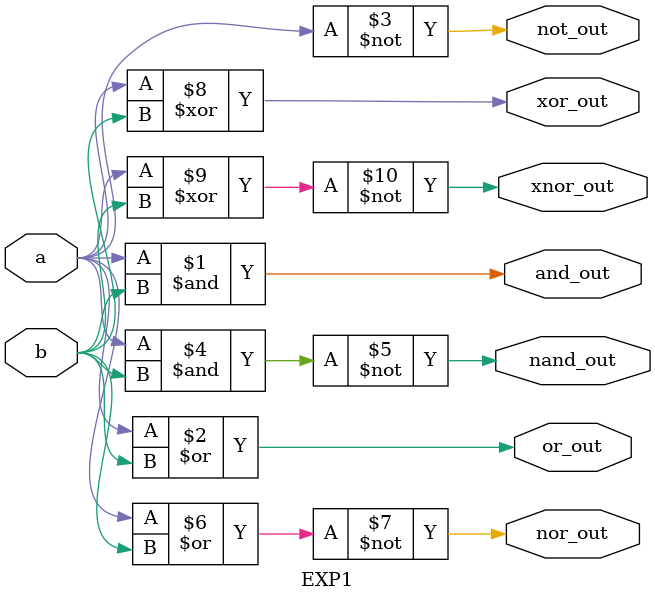
<source format=v>
module EXP1(
    input  wire a,     // Input A
    input  wire b,     // Input B
    output wire and_out,
    output wire or_out,
    output wire not_out,   // only on A
    output wire nand_out,
    output wire nor_out,
    output wire xor_out,
    output wire xnor_out
);

    assign and_out  = a & b;      // AND gate
    assign or_out   = a | b;      // OR gate
    assign not_out  = ~a;         // NOT gate (on input A)
    assign nand_out = ~(a & b);   // NAND gate
    assign nor_out  = ~(a | b);   // NOR gate
    assign xor_out  = a ^ b;      // XOR gate
    assign xnor_out = ~(a ^ b);   // XNOR gate

endmodule


</source>
